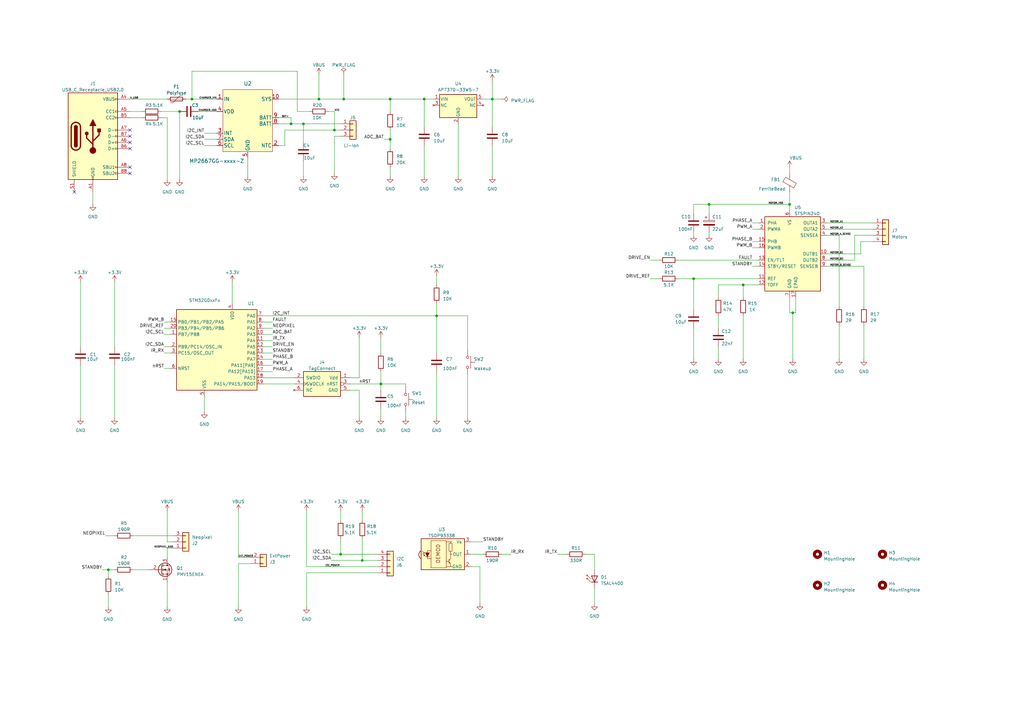
<source format=kicad_sch>
(kicad_sch (version 20221004) (generator eeschema)
  (paper "A3")
  (title_block (title "BBK") (date "2022-10-22") (rev "0x01"))
  (lib_symbols
    (symbol "#bbk:AP7370-33W5-7" (pin_names (offset 0.254))
      (property "Reference" "U" (at -6.35 6.35 0))
      (property "Value" "AP7370-33W5-7" (at -3.81 6.35 0))
      (symbol "AP7370-33W5-7_1_1"
        (pin power_in line (at -10.16 2.54 0) (length 2.54) (name "VIN") (number "1"))
        (pin power_in line (at 0 -7.62 90) (length 2.54) (name "GND") (number "2"))
        (pin no_connect line (at -10.16 0 0) (length 2.54) (name "NC") (number "3"))
        (pin no_connect line (at 10.16 0 180) (length 2.54) (name "NC") (number "4"))
        (pin power_out line (at 10.16 2.54 180) (length 2.54) (name "VOUT") (number "5"))
      )
    )
    (symbol "#bbk:MP2667GG-xxxx-Z" (pin_names (offset 0.254))
      (property "Reference" "U" (at 2.54 17.78 0))
      (property "Value" "MP2667GG-xxxx-Z" (at 1.27 15.24 0))
      (symbol "MP2667GG-xxxx-Z_1_1"
        (pin power_in line (at -12.7 8.89 0) (length 2.54) (name "IN") (number "1"))
        (pin power_in line (at 12.7 8.89 180) (length 2.54) (name "SYS") (number "10"))
        (pin input line (at 12.7 -10.16 180) (length 2.54) (name "NTC") (number "2"))
        (pin output line (at -12.7 -5.08 0) (length 2.54) (name "INT") (number "3"))
        (pin input line (at -12.7 3.81 0) (length 2.54) (name "VDD") (number "4"))
        (pin power_in line (at 0 -15.24 90) (length 2.54) (name "GND") (number "5"))
        (pin bidirectional line (at -12.7 -10.16 0) (length 2.54) (name "SCL") (number "6"))
        (pin bidirectional line (at -12.7 -7.62 0) (length 2.54) (name "SDA") (number "7"))
        (pin power_in line (at 12.7 -1.27 180) (length 2.54) (name "BATT") (number "8"))
        (pin power_in line (at 12.7 1.27 180) (length 2.54) (name "BATT") (number "9"))
      )
    )
    (symbol "#bbk:STM32G0xxFx"
      (property "Reference" "U" (at -1.27 2.54 0))
      (property "Value" "STM32G0xxFx" (at -19.05 17.78 0))
      (symbol "STM32G0xxFx_1_1"
        (pin bidirectional line (at -25.4 5.08 0) (length 2.54) (name "PB7/PB8") (number "1"))
        (pin bidirectional line (at 12.7 5.08 180) (length 2.54) (name "PA3") (number "10"))
        (pin bidirectional line (at 12.7 2.54 180) (length 2.54) (name "PA4") (number "11"))
        (pin bidirectional line (at 12.7 0 180) (length 2.54) (name "PA5") (number "12"))
        (pin bidirectional line (at 12.7 -2.54 180) (length 2.54) (name "PA6") (number "13"))
        (pin bidirectional line (at 12.7 -5.08 180) (length 2.54) (name "PA7") (number "14"))
        (pin bidirectional line (at -25.4 10.16 0) (length 2.54) (name "PB0/PB1/PB2/PA5") (number "15"))
        (pin bidirectional line (at 12.7 -7.62 180) (length 2.54) (name "PA11[PA9]") (number "16"))
        (pin bidirectional line (at 12.7 -10.16 180) (length 2.54) (name "PA12[PA10]") (number "17"))
        (pin bidirectional line (at 12.7 -12.7 180) (length 2.54) (name "PA13") (number "18"))
        (pin bidirectional line (at 12.7 -15.24 180) (length 2.54) (name "PA14/PA15/BOOT") (number "19"))
        (pin bidirectional line (at -25.4 0 0) (length 2.54) (name "PB9/PC14/OSC_IN") (number "2"))
        (pin bidirectional line (at -25.4 7.62 0) (length 2.54) (name "PB3/PB4/PB5/PB6") (number "20"))
        (pin bidirectional line (at -25.4 -2.54 0) (length 2.54) (name "PC15/OSC_OUT") (number "3"))
        (pin power_in line (at 0 17.78 270) (length 2.54) (name "VDD") (number "4"))
        (pin power_in line (at -11.43 -20.32 90) (length 2.54) (name "VSS") (number "5"))
        (pin bidirectional line (at -25.4 -8.89 0) (length 2.54) (name "NRST") (number "6"))
        (pin bidirectional line (at 12.7 12.7 180) (length 2.54) (name "PA0") (number "7"))
        (pin bidirectional line (at 12.7 10.16 180) (length 2.54) (name "PA1") (number "8"))
        (pin bidirectional line (at 12.7 7.62 180) (length 2.54) (name "PA2") (number "9"))
      )
    )
    (symbol "#bbk:TagConnect" (pin_names (offset 1.016))
      (property "Reference" "J" (at 0 6.35 0))
      (property "Value" "TagConnect" (at 1.27 -6.35 0))
      (symbol "TagConnect_1_1"
        (pin output line (at -10.16 2.54 0) (length 3.81) (name "Vdd") (number "1"))
        (pin bidirectional line (at 12.7 2.54 180) (length 3.81) (name "SWDIO") (number "2"))
        (pin input inverted (at -10.16 0 0) (length 3.81) (name "nRST") (number "3"))
        (pin input clock (at 12.7 0 180) (length 3.81) (name "SWDCLK") (number "4"))
        (pin output line (at -10.16 -2.54 0) (length 3.81) (name "GND") (number "5"))
        (pin no_connect line (at 12.7 -2.54 180) (length 3.81) (name "NC") (number "6"))
      )
    )
    (symbol "Connector:USB_C_Receptacle_USB2.0" (pin_names (offset 1.016))
      (property "Reference" "J" (at -10.16 19.05 0))
      (property "Value" "USB_C_Receptacle_USB2.0" (at 19.05 19.05 0))
      (symbol "USB_C_Receptacle_USB2.0_1_1"
        (pin passive line (at 0 -22.86 90) (length 5.08) (name "GND") (number "A1"))
        (pin passive line (at 0 -22.86 90) (length 5.08) hide (name "GND") (number "A12"))
        (pin passive line (at 15.24 15.24 180) (length 5.08) (name "VBUS") (number "A4"))
        (pin bidirectional line (at 15.24 10.16 180) (length 5.08) (name "CC1") (number "A5"))
        (pin bidirectional line (at 15.24 -2.54 180) (length 5.08) (name "D+") (number "A6"))
        (pin bidirectional line (at 15.24 2.54 180) (length 5.08) (name "D-") (number "A7"))
        (pin bidirectional line (at 15.24 -12.7 180) (length 5.08) (name "SBU1") (number "A8"))
        (pin passive line (at 15.24 15.24 180) (length 5.08) hide (name "VBUS") (number "A9"))
        (pin passive line (at 0 -22.86 90) (length 5.08) hide (name "GND") (number "B1"))
        (pin passive line (at 0 -22.86 90) (length 5.08) hide (name "GND") (number "B12"))
        (pin passive line (at 15.24 15.24 180) (length 5.08) hide (name "VBUS") (number "B4"))
        (pin bidirectional line (at 15.24 7.62 180) (length 5.08) (name "CC2") (number "B5"))
        (pin bidirectional line (at 15.24 -5.08 180) (length 5.08) (name "D+") (number "B6"))
        (pin bidirectional line (at 15.24 0 180) (length 5.08) (name "D-") (number "B7"))
        (pin bidirectional line (at 15.24 -15.24 180) (length 5.08) (name "SBU2") (number "B8"))
        (pin passive line (at 15.24 15.24 180) (length 5.08) hide (name "VBUS") (number "B9"))
        (pin passive line (at -7.62 -22.86 90) (length 5.08) (name "SHIELD") (number "S1"))
      )
    )
    (symbol "Connector_Generic:Conn_01x02" (pin_names (offset 1.016) hide)
      (property "Reference" "J" (at 0 2.54 0))
      (property "Value" "Conn_01x02" (at 0 -5.08 0))
      (symbol "Conn_01x02_1_1"
        (pin passive line (at -5.08 0 0) (length 3.81) (name "Pin_1") (number "1"))
        (pin passive line (at -5.08 -2.54 0) (length 3.81) (name "Pin_2") (number "2"))
      )
    )
    (symbol "Connector_Generic:Conn_01x03" (pin_names (offset 1.016) hide)
      (property "Reference" "J" (at 0 5.08 0))
      (property "Value" "Conn_01x03" (at 0 -5.08 0))
      (symbol "Conn_01x03_1_1"
        (pin passive line (at -5.08 2.54 0) (length 3.81) (name "Pin_1") (number "1"))
        (pin passive line (at -5.08 0 0) (length 3.81) (name "Pin_2") (number "2"))
        (pin passive line (at -5.08 -2.54 0) (length 3.81) (name "Pin_3") (number "3"))
      )
    )
    (symbol "Connector_Generic:Conn_01x04" (pin_names (offset 1.016) hide)
      (property "Reference" "J" (at 0 5.08 0))
      (property "Value" "Conn_01x04" (at 0 -7.62 0))
      (symbol "Conn_01x04_1_1"
        (pin passive line (at -5.08 2.54 0) (length 3.81) (name "Pin_1") (number "1"))
        (pin passive line (at -5.08 0 0) (length 3.81) (name "Pin_2") (number "2"))
        (pin passive line (at -5.08 -2.54 0) (length 3.81) (name "Pin_3") (number "3"))
        (pin passive line (at -5.08 -5.08 0) (length 3.81) (name "Pin_4") (number "4"))
      )
    )
    (symbol "Device:C" (pin_numbers hide) (pin_names (offset 0.254))
      (property "Reference" "C" (at 0.635 2.54 0))
      (property "Value" "C" (at 0.635 -2.54 0))
      (symbol "C_1_1"
        (pin passive line (at 0 3.81 270) (length 2.794) (name "~") (number "1"))
        (pin passive line (at 0 -3.81 90) (length 2.794) (name "~") (number "2"))
      )
    )
    (symbol "Device:C_Polarized" (pin_numbers hide) (pin_names (offset 0.254))
      (property "Reference" "C" (at 0.635 2.54 0))
      (property "Value" "C_Polarized" (at 0.635 -2.54 0))
      (symbol "C_Polarized_1_1"
        (pin passive line (at 0 3.81 270) (length 2.794) (name "~") (number "1"))
        (pin passive line (at 0 -3.81 90) (length 2.794) (name "~") (number "2"))
      )
    )
    (symbol "Device:FerriteBead" (pin_numbers hide) (pin_names (offset 0))
      (property "Reference" "FB" (at -3.81 0.635 90))
      (property "Value" "FerriteBead" (at 3.81 0 90))
      (symbol "FerriteBead_1_1"
        (pin passive line (at 0 3.81 270) (length 2.54) (name "~") (number "1"))
        (pin passive line (at 0 -3.81 90) (length 2.54) (name "~") (number "2"))
      )
    )
    (symbol "Device:Polyfuse" (pin_numbers hide) (pin_names (offset 0))
      (property "Reference" "F" (at -2.54 0 90))
      (property "Value" "Polyfuse" (at 2.54 0 90))
      (symbol "Polyfuse_1_1"
        (pin passive line (at 0 3.81 270) (length 1.27) (name "~") (number "1"))
        (pin passive line (at 0 -3.81 90) (length 1.27) (name "~") (number "2"))
      )
    )
    (symbol "Device:Q_NMOS_SGD" (pin_names (offset 0) hide)
      (property "Reference" "Q" (at 5.08 1.27 0))
      (property "Value" "Q_NMOS_SGD" (at 5.08 -1.27 0))
      (symbol "Q_NMOS_SGD_1_1"
        (pin passive line (at 2.54 -5.08 90) (length 2.54) (name "S") (number "1"))
        (pin input line (at -5.08 0 0) (length 5.08) (name "G") (number "2"))
        (pin passive line (at 2.54 5.08 270) (length 2.54) (name "D") (number "3"))
      )
    )
    (symbol "Device:R" (pin_numbers hide) (pin_names (offset 0))
      (property "Reference" "R" (at 2.032 0 90))
      (property "Value" "R" (at 0 0 90))
      (symbol "R_1_1"
        (pin passive line (at 0 3.81 270) (length 1.27) (name "~") (number "1"))
        (pin passive line (at 0 -3.81 90) (length 1.27) (name "~") (number "2"))
      )
    )
    (symbol "Driver_Motor:STSPIN240" (pin_names (offset 1.016))
      (property "Reference" "U" (at -10.16 16.51 0))
      (property "Value" "STSPIN240" (at 5.08 16.51 0))
      (symbol "STSPIN240_1_1"
        (pin input line (at -12.7 12.7 0) (length 2.54) (name "PHA") (number "1"))
        (pin power_out line (at 15.24 0 180) (length 2.54) (name "OUTB1") (number "10"))
        (pin input line (at -12.7 -10.16 0) (length 2.54) (name "REF") (number "11"))
        (pin input line (at -12.7 -12.7 0) (length 2.54) (name "TOFF") (number "12"))
        (pin bidirectional line (at -12.7 -2.54 0) (length 2.54) (name "EN/FLT") (number "13"))
        (pin input line (at -12.7 -5.08 0) (length 2.54) (name "STBY/RESET") (number "14"))
        (pin input line (at -12.7 5.08 0) (length 2.54) (name "PHB") (number "15"))
        (pin input line (at -12.7 2.54 0) (length 2.54) (name "PWMB") (number "16"))
        (pin power_in line (at 2.54 -17.78 90) (length 2.54) (name "EPAD") (number "17"))
        (pin input line (at -12.7 10.16 0) (length 2.54) (name "PWMA") (number "2"))
        (pin power_out line (at 15.24 12.7 180) (length 2.54) (name "OUTA1") (number "3"))
        (pin power_out line (at 15.24 7.62 180) (length 2.54) (name "SENSEA") (number "4"))
        (pin power_out line (at 15.24 10.16 180) (length 2.54) (name "OUTA2") (number "5"))
        (pin power_in line (at 0 17.78 270) (length 2.54) (name "VS") (number "6"))
        (pin power_in line (at 0 -17.78 90) (length 2.54) (name "GND") (number "7"))
        (pin power_out line (at 15.24 -2.54 180) (length 2.54) (name "OUTB2") (number "8"))
        (pin power_out line (at 15.24 -5.08 180) (length 2.54) (name "SENSEB") (number "9"))
      )
    )
    (symbol "LED:TSAL4400" (pin_numbers hide) (pin_names (offset 1.016) hide)
      (property "Reference" "D" (at 0.508 1.778 0))
      (property "Value" "TSAL4400" (at -1.016 -2.794 0))
      (symbol "TSAL4400_1_1"
        (pin passive line (at -5.08 0 0) (length 2.54) (name "K") (number "1"))
        (pin passive line (at 2.54 0 180) (length 2.54) (name "A") (number "2"))
      )
    )
    (symbol "Mechanical:MountingHole" (pin_names (offset 1.016))
      (property "Reference" "H" (at 0 5.08 0))
      (property "Value" "MountingHole" (at 0 3.175 0))
    )
    (symbol "Sensor_Proximity:TSSP58038" (pin_names (offset 1.016))
      (property "Reference" "U" (at -10.16 7.62 0))
      (property "Value" "TSSP58038" (at -10.16 -7.62 0))
      (symbol "TSSP58038_0_0"
        (text "DEMOD" (at -3.175 0.254 900) (effects (font (size 1.524 1.524))))
      )
      (symbol "TSSP58038_1_1"
        (pin output line (at 10.16 0 180) (length 2.54) (name "OUT") (number "1"))
        (pin power_in line (at 10.16 -5.08 180) (length 2.54) (name "GND") (number "2"))
        (pin power_in line (at 10.16 5.08 180) (length 2.54) (name "Vs") (number "3"))
      )
    )
    (symbol "Switch:SW_Push" (pin_numbers hide) (pin_names (offset 1.016) hide)
      (property "Reference" "SW" (at 1.27 2.54 0))
      (property "Value" "SW_Push" (at 0 -1.524 0))
      (symbol "SW_Push_0_1"
        (pin passive line (at -5.08 0 0) (length 2.54) (name "1") (number "1"))
        (pin passive line (at 5.08 0 180) (length 2.54) (name "2") (number "2"))
      )
    )
    (symbol "power:+3.3V" (power) (pin_names (offset 0))
      (property "Value" "+3.3V" (at 0 3.556 0))
      (symbol "+3.3V_1_1"
        (pin power_in line (at 0 0 90) (length 0) hide (name "+3.3V") (number "1"))
      )
    )
    (symbol "power:GND" (power) (pin_names (offset 0))
      (property "Value" "GND" (at 0 -3.81 0))
      (symbol "GND_1_1"
        (pin power_in line (at 0 0 270) (length 0) hide (name "GND") (number "1"))
      )
    )
    (symbol "power:PWR_FLAG" (power) (pin_numbers hide) (pin_names (offset 0) hide)
      (property "Value" "PWR_FLAG" (at 0 3.81 0))
      (symbol "PWR_FLAG_0_0"
        (pin power_out line (at 0 0 90) (length 0) (name "pwr") (number "1"))
      )
    )
    (symbol "power:VBUS" (power) (pin_names (offset 0))
      (property "Value" "VBUS" (at 0 3.81 0))
      (symbol "VBUS_1_1"
        (pin power_in line (at 0 0 90) (length 0) hide (name "VBUS") (number "1"))
      )
    )
  )
  (junction (at 137.16 53.34))
  (junction (at 173.99 40.64))
  (junction (at 284.48 114.3))
  (junction (at 148.59 229.87))
  (junction (at 179.07 129.54))
  (junction (at 290.83 83.82))
  (junction (at 325.12 128.27))
  (junction (at 44.45 233.68))
  (junction (at 156.21 157.48))
  (junction (at 130.81 40.64))
  (junction (at 140.97 40.64))
  (junction (at 201.93 40.64))
  (junction (at 78.74 40.64))
  (junction (at 160.02 40.64))
  (junction (at 304.8 116.84))
  (junction (at 124.46 50.8))
  (junction (at 119.38 50.8))
  (junction (at 160.02 57.15))
  (junction (at 73.66 45.72))
  (junction (at 139.7 227.33))
  (junction (at 323.85 83.82))
  (no_connect (at 53.34 60.96))
  (no_connect (at 53.34 53.34))
  (no_connect (at 30.48 78.74))
  (no_connect (at 53.34 55.88))
  (no_connect (at 53.34 71.12))
  (no_connect (at 53.34 58.42))
  (no_connect (at 53.34 68.58))
  (wire (pts (xy 139.7 227.33) (xy 135.89 227.33)))
  (wire (pts (xy 53.34 40.64) (xy 68.58 40.64)))
  (wire (pts (xy 160.02 53.34) (xy 160.02 57.15)))
  (wire (pts (xy 54.61 233.68) (xy 60.96 233.68)))
  (wire (pts (xy 33.02 171.45) (xy 33.02 149.86)))
  (wire (pts (xy 157.48 57.15) (xy 160.02 57.15)))
  (wire (pts (xy 198.12 227.33) (xy 193.04 227.33)))
  (wire (pts (xy 54.61 219.71) (xy 71.12 219.71)))
  (wire (pts (xy 284.48 147.32) (xy 284.48 134.62)))
  (wire (pts (xy 358.14 96.52) (xy 350.52 96.52)))
  (wire (pts (xy 179.07 113.03) (xy 179.07 116.84)))
  (wire (pts (xy 166.37 168.91) (xy 166.37 171.45)))
  (wire (pts (xy 166.37 158.75) (xy 166.37 157.48)))
  (wire (pts (xy 187.96 72.39) (xy 187.96 50.8)))
  (wire (pts (xy 125.73 234.95) (xy 154.94 234.95)))
  (wire (pts (xy 121.92 45.72) (xy 121.92 29.21)))
  (wire (pts (xy 68.58 222.25) (xy 71.12 222.25)))
  (wire (pts (xy 308.61 99.06) (xy 311.15 99.06)))
  (wire (pts (xy 78.74 40.64) (xy 76.2 40.64)))
  (wire (pts (xy 38.1 83.82) (xy 38.1 78.74)))
  (wire (pts (xy 44.45 248.92) (xy 44.45 243.84)))
  (wire (pts (xy 284.48 83.82) (xy 290.83 83.82)))
  (wire (pts (xy 323.85 128.27) (xy 323.85 121.92)))
  (wire (pts (xy 97.79 248.92) (xy 97.79 231.14)))
  (wire (pts (xy 354.33 109.22) (xy 354.33 125.73)))
  (wire (pts (xy 266.7 106.68) (xy 270.51 106.68)))
  (wire (pts (xy 125.73 209.55) (xy 125.73 232.41)))
  (wire (pts (xy 323.85 83.82) (xy 323.85 86.36)))
  (wire (pts (xy 304.8 116.84) (xy 294.64 116.84)))
  (wire (pts (xy 148.59 229.87) (xy 135.89 229.87)))
  (wire (pts (xy 127 45.72) (xy 121.92 45.72)))
  (wire (pts (xy 308.61 109.22) (xy 311.15 109.22)))
  (wire (pts (xy 111.76 142.24) (xy 107.95 142.24)))
  (wire (pts (xy 148.59 209.55) (xy 148.59 213.36)))
  (wire (pts (xy 88.9 40.64) (xy 78.74 40.64)))
  (wire (pts (xy 228.6 227.33) (xy 232.41 227.33)))
  (wire (pts (xy 58.42 45.72) (xy 53.34 45.72)))
  (wire (pts (xy 44.45 236.22) (xy 44.45 233.68)))
  (wire (pts (xy 114.3 40.64) (xy 130.81 40.64)))
  (wire (pts (xy 339.09 91.44) (xy 358.14 91.44)))
  (wire (pts (xy 83.82 59.69) (xy 88.9 59.69)))
  (wire (pts (xy 156.21 157.48) (xy 156.21 160.02)))
  (wire (pts (xy 67.31 134.62) (xy 69.85 134.62)))
  (wire (pts (xy 83.82 54.61) (xy 88.9 54.61)))
  (wire (pts (xy 278.13 114.3) (xy 284.48 114.3)))
  (wire (pts (xy 97.79 228.6) (xy 102.87 228.6)))
  (wire (pts (xy 58.42 48.26) (xy 53.34 48.26)))
  (wire (pts (xy 73.66 45.72) (xy 73.66 73.66)))
  (wire (pts (xy 68.58 209.55) (xy 68.58 222.25)))
  (wire (pts (xy 46.99 171.45) (xy 46.99 149.86)))
  (wire (pts (xy 148.59 220.98) (xy 148.59 229.87)))
  (wire (pts (xy 354.33 147.32) (xy 354.33 133.35)))
  (wire (pts (xy 139.7 209.55) (xy 139.7 213.36)))
  (wire (pts (xy 160.02 45.72) (xy 160.02 40.64)))
  (wire (pts (xy 156.21 152.4) (xy 156.21 157.48)))
  (wire (pts (xy 284.48 96.52) (xy 284.48 95.25)))
  (wire (pts (xy 111.76 137.16) (xy 107.95 137.16)))
  (wire (pts (xy 154.94 227.33) (xy 139.7 227.33)))
  (wire (pts (xy 294.64 116.84) (xy 294.64 121.92)))
  (wire (pts (xy 68.58 228.6) (xy 68.58 224.79)))
  (wire (pts (xy 81.28 45.72) (xy 88.9 45.72)))
  (wire (pts (xy 353.06 104.14) (xy 339.09 104.14)))
  (wire (pts (xy 304.8 129.54) (xy 304.8 147.32)))
  (wire (pts (xy 284.48 114.3) (xy 284.48 127)))
  (wire (pts (xy 304.8 116.84) (xy 304.8 121.92)))
  (wire (pts (xy 243.84 247.65) (xy 243.84 241.3)))
  (wire (pts (xy 350.52 106.68) (xy 339.09 106.68)))
  (wire (pts (xy 120.65 157.48) (xy 107.95 157.48)))
  (wire (pts (xy 68.58 48.26) (xy 66.04 48.26)))
  (wire (pts (xy 326.39 121.92) (xy 326.39 128.27)))
  (wire (pts (xy 83.82 57.15) (xy 88.9 57.15)))
  (wire (pts (xy 140.97 40.64) (xy 160.02 40.64)))
  (wire (pts (xy 114.3 50.8) (xy 119.38 50.8)))
  (wire (pts (xy 201.93 40.64) (xy 201.93 52.07)))
  (wire (pts (xy 160.02 72.39) (xy 160.02 68.58)))
  (wire (pts (xy 173.99 40.64) (xy 173.99 52.07)))
  (wire (pts (xy 179.07 171.45) (xy 179.07 152.4)))
  (wire (pts (xy 147.32 138.43) (xy 147.32 154.94)))
  (wire (pts (xy 68.58 73.66) (xy 68.58 48.26)))
  (wire (pts (xy 124.46 58.42) (xy 124.46 50.8)))
  (wire (pts (xy 111.76 132.08) (xy 107.95 132.08)))
  (wire (pts (xy 67.31 132.08) (xy 69.85 132.08)))
  (wire (pts (xy 134.62 45.72) (xy 137.16 45.72)))
  (wire (pts (xy 114.3 48.26) (xy 119.38 48.26)))
  (wire (pts (xy 46.99 115.57) (xy 46.99 142.24)))
  (wire (pts (xy 266.7 114.3) (xy 270.51 114.3)))
  (wire (pts (xy 143.51 157.48) (xy 156.21 157.48)))
  (wire (pts (xy 179.07 124.46) (xy 179.07 129.54)))
  (wire (pts (xy 353.06 99.06) (xy 353.06 104.14)))
  (wire (pts (xy 43.18 219.71) (xy 46.99 219.71)))
  (wire (pts (xy 201.93 33.02) (xy 201.93 40.64)))
  (wire (pts (xy 156.21 157.48) (xy 166.37 157.48)))
  (wire (pts (xy 101.6 72.39) (xy 101.6 64.77)))
  (wire (pts (xy 294.64 147.32) (xy 294.64 142.24)))
  (wire (pts (xy 193.04 232.41) (xy 196.85 232.41)))
  (wire (pts (xy 67.31 151.13) (xy 69.85 151.13)))
  (wire (pts (xy 325.12 128.27) (xy 323.85 128.27)))
  (wire (pts (xy 68.58 224.79) (xy 71.12 224.79)))
  (wire (pts (xy 278.13 106.68) (xy 311.15 106.68)))
  (wire (pts (xy 284.48 83.82) (xy 284.48 87.63)))
  (wire (pts (xy 137.16 45.72) (xy 137.16 53.34)))
  (wire (pts (xy 120.65 154.94) (xy 107.95 154.94)))
  (wire (pts (xy 95.25 115.57) (xy 95.25 124.46)))
  (wire (pts (xy 308.61 91.44) (xy 311.15 91.44)))
  (wire (pts (xy 116.84 59.69) (xy 116.84 53.34)))
  (wire (pts (xy 201.93 40.64) (xy 198.12 40.64)))
  (wire (pts (xy 196.85 232.41) (xy 196.85 247.65)))
  (wire (pts (xy 119.38 50.8) (xy 119.38 48.26)))
  (wire (pts (xy 191.77 153.67) (xy 191.77 171.45)))
  (wire (pts (xy 116.84 53.34) (xy 137.16 53.34)))
  (wire (pts (xy 137.16 53.34) (xy 139.7 53.34)))
  (wire (pts (xy 243.84 227.33) (xy 243.84 233.68)))
  (wire (pts (xy 139.7 220.98) (xy 139.7 227.33)))
  (wire (pts (xy 114.3 59.69) (xy 116.84 59.69)))
  (wire (pts (xy 294.64 134.62) (xy 294.64 129.54)))
  (wire (pts (xy 121.92 29.21) (xy 78.74 29.21)))
  (wire (pts (xy 111.76 149.86) (xy 107.95 149.86)))
  (wire (pts (xy 67.31 144.78) (xy 69.85 144.78)))
  (wire (pts (xy 339.09 109.22) (xy 354.33 109.22)))
  (wire (pts (xy 160.02 57.15) (xy 160.02 60.96)))
  (wire (pts (xy 140.97 30.48) (xy 140.97 40.64)))
  (wire (pts (xy 205.74 40.64) (xy 201.93 40.64)))
  (wire (pts (xy 323.85 78.74) (xy 323.85 83.82)))
  (wire (pts (xy 156.21 144.78) (xy 156.21 138.43)))
  (wire (pts (xy 311.15 116.84) (xy 304.8 116.84)))
  (wire (pts (xy 193.04 222.25) (xy 198.12 222.25)))
  (wire (pts (xy 130.81 40.64) (xy 140.97 40.64)))
  (wire (pts (xy 156.21 171.45) (xy 156.21 167.64)))
  (wire (pts (xy 290.83 83.82) (xy 290.83 87.63)))
  (wire (pts (xy 143.51 154.94) (xy 147.32 154.94)))
  (wire (pts (xy 78.74 29.21) (xy 78.74 40.64)))
  (wire (pts (xy 97.79 209.55) (xy 97.79 228.6)))
  (wire (pts (xy 41.91 233.68) (xy 44.45 233.68)))
  (wire (pts (xy 67.31 142.24) (xy 69.85 142.24)))
  (wire (pts (xy 353.06 99.06) (xy 358.14 99.06)))
  (wire (pts (xy 119.38 50.8) (xy 124.46 50.8)))
  (wire (pts (xy 137.16 55.88) (xy 139.7 55.88)))
  (wire (pts (xy 97.79 231.14) (xy 102.87 231.14)))
  (wire (pts (xy 308.61 101.6) (xy 311.15 101.6)))
  (wire (pts (xy 323.85 68.58) (xy 323.85 71.12)))
  (wire (pts (xy 191.77 129.54) (xy 179.07 129.54)))
  (wire (pts (xy 111.76 152.4) (xy 107.95 152.4)))
  (wire (pts (xy 124.46 66.04) (xy 124.46 72.39)))
  (wire (pts (xy 124.46 50.8) (xy 139.7 50.8)))
  (wire (pts (xy 33.02 115.57) (xy 33.02 142.24)))
  (wire (pts (xy 290.83 96.52) (xy 290.83 95.25)))
  (wire (pts (xy 66.04 45.72) (xy 73.66 45.72)))
  (wire (pts (xy 344.17 96.52) (xy 344.17 125.73)))
  (wire (pts (xy 107.95 129.54) (xy 179.07 129.54)))
  (wire (pts (xy 173.99 72.39) (xy 173.99 59.69)))
  (wire (pts (xy 130.81 30.48) (xy 130.81 40.64)))
  (wire (pts (xy 125.73 248.92) (xy 125.73 234.95)))
  (wire (pts (xy 201.93 72.39) (xy 201.93 59.69)))
  (wire (pts (xy 339.09 96.52) (xy 344.17 96.52)))
  (wire (pts (xy 240.03 227.33) (xy 243.84 227.33)))
  (wire (pts (xy 308.61 93.98) (xy 311.15 93.98)))
  (wire (pts (xy 209.55 227.33) (xy 205.74 227.33)))
  (wire (pts (xy 83.82 168.91) (xy 83.82 162.56)))
  (wire (pts (xy 147.32 171.45) (xy 147.32 160.02)))
  (wire (pts (xy 191.77 143.51) (xy 191.77 129.54)))
  (wire (pts (xy 173.99 40.64) (xy 177.8 40.64)))
  (wire (pts (xy 325.12 147.32) (xy 325.12 128.27)))
  (wire (pts (xy 68.58 238.76) (xy 68.58 248.92)))
  (wire (pts (xy 350.52 96.52) (xy 350.52 106.68)))
  (wire (pts (xy 339.09 93.98) (xy 358.14 93.98)))
  (wire (pts (xy 67.31 137.16) (xy 69.85 137.16)))
  (wire (pts (xy 111.76 144.78) (xy 107.95 144.78)))
  (wire (pts (xy 111.76 139.7) (xy 107.95 139.7)))
  (wire (pts (xy 125.73 232.41) (xy 154.94 232.41)))
  (wire (pts (xy 179.07 129.54) (xy 179.07 144.78)))
  (wire (pts (xy 44.45 233.68) (xy 46.99 233.68)))
  (wire (pts (xy 344.17 147.32) (xy 344.17 133.35)))
  (wire (pts (xy 160.02 40.64) (xy 173.99 40.64)))
  (wire (pts (xy 284.48 114.3) (xy 311.15 114.3)))
  (wire (pts (xy 154.94 229.87) (xy 148.59 229.87)))
  (wire (pts (xy 111.76 134.62) (xy 107.95 134.62)))
  (wire (pts (xy 147.32 160.02) (xy 143.51 160.02)))
  (wire (pts (xy 137.16 55.88) (xy 137.16 71.12)))
  (wire (pts (xy 326.39 128.27) (xy 325.12 128.27)))
  (wire (pts (xy 290.83 83.82) (xy 323.85 83.82)))
  (wire (pts (xy 111.76 147.32) (xy 107.95 147.32)))
  (label "NEOPIXEL_GND" (at 71.12 224.79 180) (effects (font (size 0.7 0.7))))
  (label "I2C_SDA" (at 135.89 229.87 180))
  (label "IR_RX" (at 209.55 227.33 0))
  (label "nRST" (at 147.32 157.48 0))
  (label "PHASE_A" (at 308.61 91.44 180))
  (label "I2C_SCL" (at 67.31 137.16 180))
  (label "DRIVE_REF" (at 266.7 114.3 180))
  (label "MOTOR_B1" (at 340.36 104.14 0) (effects (font (size 0.7 0.7))))
  (label "PWM_B" (at 308.61 101.6 180))
  (label "CHARGER_VIN" (at 88.9 40.64 180) (effects (font (size 0.7 0.7))))
  (label "NEOPIXEL" (at 43.18 219.71 180))
  (label "MOTOR_A_SENSE" (at 340.36 96.52 0) (effects (font (size 0.7 0.7))))
  (label "nRST" (at 67.31 151.13 180))
  (label "IR_TX" (at 228.6 227.33 180))
  (label "MOTOR_B2" (at 340.36 106.68 0) (effects (font (size 0.7 0.7))))
  (label "PWM_B" (at 67.31 132.08 180))
  (label "MOTOR_B_SENSE" (at 340.36 109.22 0) (effects (font (size 0.7 0.7))))
  (label "I2C_SCL" (at 83.82 59.69 180))
  (label "STANDBY" (at 308.61 109.22 180))
  (label "MOTOR_A1" (at 340.36 91.44 0) (effects (font (size 0.7 0.7))))
  (label "PHASE_A" (at 111.76 152.4 0))
  (label "ADC_BAT" (at 111.76 137.16 0))
  (label "PHASE_B" (at 111.76 147.32 0))
  (label "PWM_A" (at 111.76 149.86 0))
  (label "STANDBY" (at 41.91 233.68 180))
  (label "EXT_POWER" (at 97.79 228.6 0) (effects (font (size 0.7 0.7))))
  (label "IR_TX" (at 111.76 139.7 0))
  (label "MOTOR_A2" (at 340.36 93.98 0) (effects (font (size 0.7 0.7))))
  (label "V_USB" (at 53.34 40.64 0) (effects (font (size 0.7 0.7))))
  (label "I2C_INT" (at 83.82 54.61 180))
  (label "NEOPIXEL" (at 111.76 134.62 0))
  (label "PWM_A" (at 308.61 93.98 180))
  (label "PHASE_B" (at 308.61 99.06 180))
  (label "ADC_BAT" (at 157.48 57.15 180))
  (label "CHARGER_VDD" (at 88.9 45.72 180) (effects (font (size 0.7 0.7))))
  (label "FAULT" (at 111.76 132.08 0))
  (label "STANDBY" (at 111.76 144.78 0))
  (label "I2C_INT" (at 111.76 129.54 0))
  (label "DRIVE_EN" (at 266.7 106.68 180))
  (label "BAT+" (at 115.57 48.26 0) (effects (font (size 0.7 0.7))))
  (label "DRIVE_EN" (at 111.76 142.24 0))
  (label "IR_RX" (at 67.31 144.78 180))
  (label "I2C_POWER" (at 133.35 232.41 0) (effects (font (size 0.7 0.7))))
  (label "STANDBY" (at 198.12 222.25 0))
  (label "FAULT" (at 308.61 106.68 180))
  (label "NTC" (at 137.16 45.72 0) (effects (font (size 0.7 0.7))))
  (label "I2C_SDA" (at 67.31 142.24 180))
  (label "DRIVE_REF" (at 67.31 134.62 180))
  (label "MOTOR_VSS" (at 321.31 83.82 180) (effects (font (size 0.7 0.7))))
  (label "I2C_SCL" (at 135.89 227.33 180))
  (label "I2C_SDA" (at 83.82 57.15 180))
  (symbol (lib_id "Device:R") (at 179.07 120.65 0) (unit 1)
    (property "Reference" "R9" (at 181.61 120.015 0) (effects (justify left)))
    (property "Value" "10K" (at 181.61 122.555 0) (effects (justify left)))
    (property "Footprint" "Resistor_SMD:R_0603_1608Metric" (effects hide))
  )
  (symbol (lib_id "Connector_Generic:Conn_01x02") (at 107.95 231.14 0) (mirror x) (unit 1)
    (property "Reference" "J3" (at 110.49 230.505 0) (effects (justify left)))
    (property "Value" "ExtPower" (at 110.49 227.965 0) (effects (justify left)))
    (property "Footprint" "Connector_PinHeader_2.54mm:PinHeader_1x02_P2.54mm_Vertical" (effects hide))
  )
  (symbol (lib_id "power:GND") (at 173.99 72.39 0) (unit 1)
    (property "Reference" "#PWR0128" (effects hide))
    (property "Value" "GND" (at 173.99 77.47 0))
  )
  (symbol (lib_id "power:+3.3V") (at 46.99 115.57 0) (unit 1)
    (property "Reference" "#PWR0143" (effects hide))
    (property "Value" "+3.3V" (at 46.99 111.76 0))
  )
  (symbol (lib_id "power:GND") (at 191.77 171.45 0) (unit 1)
    (property "Reference" "#PWR0136" (effects hide))
    (property "Value" "GND" (at 191.77 176.53 0))
  )
  (symbol (lib_id "Device:C_Polarized") (at 290.83 91.44 0) (unit 1)
    (property "Reference" "C11" (at 292.1 88.9 0) (effects (justify left)))
    (property "Value" "22uF" (at 292.1 93.98 0) (effects (justify left)))
    (property "Footprint" "Capacitor_SMD:CP_Elec_4x4.5" (effects hide))
  )
  (symbol (lib_id "power:GND") (at 187.96 72.39 0) (unit 1)
    (property "Reference" "#PWR0130" (effects hide))
    (property "Value" "GND" (at 187.96 77.47 0))
  )
  (symbol (lib_id "Connector_Generic:Conn_01x03") (at 144.78 53.34 0) (unit 1)
    (property "Reference" "J5" (at 143.51 48.26 0) (effects (justify left)))
    (property "Value" "Li-Ion" (at 140.97 59.69 0) (effects (justify left)))
    (property "Footprint" "Connector_JST:JST_SH_BM03B-SRSS-TB_1x03-1MP_P1.00mm_Vertical" (effects hide))
  )
  (symbol (lib_id "Device:C") (at 33.02 146.05 0) (unit 1)
    (property "Reference" "C1" (at 36.83 145.415 0) (effects (justify left)))
    (property "Value" "10uF" (at 35.56 147.32 0) (effects (justify left)))
    (property "Footprint" "Resistor_SMD:R_0603_1608Metric" (effects hide))
  )
  (symbol (lib_id "power:PWR_FLAG") (at 205.74 40.64 270) (unit 1)
    (property "Reference" "#FLG0102" (effects hide))
    (property "Value" "PWR_FLAG" (at 209.55 41.275 90) (effects (justify left)))
  )
  (symbol (lib_id "Device:C") (at 124.46 62.23 180) (unit 1)
    (property "Reference" "C4" (at 125.73 59.69 0))
    (property "Value" "10uF" (at 127 64.77 0))
    (property "Footprint" "Resistor_SMD:R_0603_1608Metric" (effects hide))
  )
  (symbol (lib_id "Device:C") (at 294.64 138.43 0) (unit 1)
    (property "Reference" "C12" (at 295.91 135.89 0) (effects (justify left)))
    (property "Value" "22nF" (at 295.91 140.97 0) (effects (justify left)))
    (property "Footprint" "Resistor_SMD:R_0603_1608Metric" (effects hide))
  )
  (symbol (lib_id "power:GND") (at 354.33 147.32 0) (unit 1)
    (property "Reference" "#PWR0126" (effects hide))
    (property "Value" "GND" (at 354.33 152.4 0))
  )
  (symbol (lib_id "power:+3.3V") (at 139.7 209.55 0) (unit 1)
    (property "Reference" "#PWR0114" (effects hide))
    (property "Value" "+3.3V" (at 139.7 205.74 0))
  )
  (symbol (lib_id "Device:FerriteBead") (at 323.85 74.93 0) (unit 1)
    (property "Reference" "FB1" (at 316.23 73.66 0) (effects (justify left)))
    (property "Value" "FerriteBead" (at 311.15 77.47 0) (effects (justify left)))
    (property "Footprint" "Resistor_SMD:R_0603_1608Metric" (effects hide))
  )
  (symbol (lib_id "Mechanical:MountingHole") (at 335.28 240.03 0) (unit 1)
    (property "Reference" "H2" (at 337.82 239.395 0) (effects (justify left)))
    (property "Value" "MountingHole" (at 337.82 241.935 0) (effects (justify left)))
    (property "Footprint" "MountingHole:MountingHole_2.2mm_M2" (effects hide))
  )
  (symbol (lib_id "power:PWR_FLAG") (at 140.97 30.48 0) (unit 1)
    (property "Reference" "#FLG0101" (effects hide))
    (property "Value" "PWR_FLAG" (at 140.97 26.67 0))
  )
  (symbol (lib_id "Device:R") (at 156.21 148.59 0) (unit 1)
    (property "Reference" "R6" (at 158.75 147.32 0) (effects (justify left)))
    (property "Value" "10K" (at 158.75 149.86 0) (effects (justify left)))
    (property "Footprint" "Resistor_SMD:R_0603_1608Metric" (effects hide))
  )
  (symbol (lib_id "power:GND") (at 284.48 96.52 0) (unit 1)
    (property "Reference" "#PWR0133" (effects hide))
    (property "Value" "GND" (at 284.48 101.6 0))
  )
  (symbol (lib_id "power:VBUS") (at 323.85 68.58 0) (unit 1)
    (property "Reference" "#PWR0142" (effects hide))
    (property "Value" "VBUS" (at 326.39 64.77 0))
  )
  (symbol (lib_id "Connector_Generic:Conn_01x03") (at 76.2 222.25 0) (mirror x) (unit 1)
    (property "Reference" "J2" (at 78.74 222.885 0) (effects (justify left)))
    (property "Value" "Neopixel" (at 78.74 220.345 0) (effects (justify left)))
    (property "Footprint" "Connector_JST:JST_SH_BM03B-SRSS-TB_1x03-1MP_P1.00mm_Vertical" (effects hide))
  )
  (symbol (lib_id "Mechanical:MountingHole") (at 361.95 240.03 0) (unit 1)
    (property "Reference" "H4" (at 364.49 239.395 0) (effects (justify left)))
    (property "Value" "MountingHole" (at 364.49 241.935 0) (effects (justify left)))
    (property "Footprint" "MountingHole:MountingHole_2.2mm_M2" (effects hide))
  )
  (symbol (lib_id "#bbk:TagConnect") (at 133.35 157.48 0) (mirror y) (unit 1)
    (property "Reference" "J4" (at 132.08 148.59 0))
    (property "Value" "TagConnect" (at 132.08 151.13 0))
    (property "Footprint" "Connector:Tag-Connect_TC2030-IDC-NL_2x03_P1.27mm_Vertical" (effects hide))
  )
  (symbol (lib_id "power:GND") (at 68.58 248.92 0) (unit 1)
    (property "Reference" "#PWR0111" (effects hide))
    (property "Value" "GND" (at 68.58 254 0))
  )
  (symbol (lib_id "power:GND") (at 166.37 171.45 0) (unit 1)
    (property "Reference" "#PWR0102" (effects hide))
    (property "Value" "GND" (at 166.37 176.53 0))
  )
  (symbol (lib_id "power:GND") (at 33.02 171.45 0) (unit 1)
    (property "Reference" "#PWR0121" (effects hide))
    (property "Value" "GND" (at 33.02 176.53 0))
  )
  (symbol (lib_id "#bbk:MP2667GG-xxxx-Z") (at 101.6 49.53 0) (unit 1)
    (property "Reference" "U2" (at 101.6 34.29 0) (effects (font (size 1.524 1.524))))
    (property "Value" "MP2667GG-xxxx-Z" (at 88.9 66.04 0) (effects (font (size 1.524 1.524))))
    (property "Footprint" "#bbk:MP2667GG-xxxx-Z" (effects hide))
  )
  (symbol (lib_id "Device:C") (at 201.93 55.88 0) (unit 1)
    (property "Reference" "C8" (at 205.74 55.245 0) (effects (justify left)))
    (property "Value" "10uF" (at 205.74 57.785 0) (effects (justify left)))
    (property "Footprint" "Resistor_SMD:R_0603_1608Metric" (effects hide))
  )
  (symbol (lib_id "power:+3.3V") (at 95.25 115.57 0) (unit 1)
    (property "Reference" "#PWR0123" (effects hide))
    (property "Value" "+3.3V" (at 95.25 111.76 0))
  )
  (symbol (lib_id "Switch:SW_Push") (at 191.77 148.59 270) (unit 1)
    (property "Reference" "SW2" (at 194.31 147.32 90) (effects (justify left)))
    (property "Value" "Wakeup" (at 194.31 151.13 90) (effects (justify left)))
    (property "Footprint" "Resistor_SMD:R_1206_3216Metric_Pad1.30x1.75mm_HandSolder" (effects hide))
  )
  (symbol (lib_id "Device:C") (at 284.48 130.81 0) (unit 1)
    (property "Reference" "C9" (at 276.86 129.54 0) (effects (justify left)))
    (property "Value" "10uF" (at 276.86 132.08 0) (effects (justify left)))
    (property "Footprint" "Resistor_SMD:R_0603_1608Metric" (effects hide))
  )
  (symbol (lib_id "Device:R") (at 62.23 48.26 90) (unit 1)
    (property "Reference" "R4" (at 60.96 50.8 90))
    (property "Value" "5.1K" (at 64.77 50.8 90))
    (property "Footprint" "Resistor_SMD:R_0603_1608Metric" (effects hide))
  )
  (symbol (lib_id "Device:R") (at 354.33 129.54 0) (unit 1)
    (property "Reference" "R17" (at 356.87 128.905 0) (effects (justify left)))
    (property "Value" "2R" (at 356.87 131.445 0) (effects (justify left)))
    (property "Footprint" "Resistor_SMD:R_0603_1608Metric" (effects hide))
  )
  (symbol (lib_id "power:GND") (at 137.16 71.12 0) (unit 1)
    (property "Reference" "#PWR0118" (effects hide))
    (property "Value" "GND" (at 137.16 76.2 0))
  )
  (symbol (lib_id "Switch:SW_Push") (at 166.37 163.83 270) (unit 1)
    (property "Reference" "SW1" (at 168.91 161.29 90) (effects (justify left)))
    (property "Value" "Reset" (at 168.91 165.1 90) (effects (justify left)))
    (property "Footprint" "Resistor_SMD:R_1206_3216Metric_Pad1.30x1.75mm_HandSolder" (effects hide))
  )
  (symbol (lib_id "Device:R") (at 148.59 217.17 180) (unit 1)
    (property "Reference" "R18" (at 152.4 215.9 0))
    (property "Value" "5.1K" (at 152.4 218.44 0))
    (property "Footprint" "Resistor_SMD:R_0603_1608Metric" (effects hide))
  )
  (symbol (lib_id "power:GND") (at 160.02 72.39 0) (unit 1)
    (property "Reference" "#PWR0120" (effects hide))
    (property "Value" "GND" (at 160.02 77.47 0))
  )
  (symbol (lib_id "Device:R") (at 236.22 227.33 270) (unit 1)
    (property "Reference" "R11" (at 236.22 224.79 90))
    (property "Value" "330R" (at 236.22 229.87 90))
    (property "Footprint" "Resistor_SMD:R_0603_1608Metric" (effects hide))
  )
  (symbol (lib_id "Device:C") (at 179.07 148.59 0) (unit 1)
    (property "Reference" "C7" (at 182.88 147.32 0) (effects (justify left)))
    (property "Value" "100nF" (at 181.61 151.13 0) (effects (justify left)))
    (property "Footprint" "Resistor_SMD:R_0603_1608Metric" (effects hide))
  )
  (symbol (lib_id "power:GND") (at 201.93 72.39 0) (unit 1)
    (property "Reference" "#PWR0129" (effects hide))
    (property "Value" "GND" (at 201.93 77.47 0))
  )
  (symbol (lib_id "power:GND") (at 196.85 247.65 0) (unit 1)
    (property "Reference" "#PWR0135" (effects hide))
    (property "Value" "GND" (at 196.85 252.73 0))
  )
  (symbol (lib_id "power:+3.3V") (at 148.59 209.55 0) (unit 1)
    (property "Reference" "#PWR0146" (effects hide))
    (property "Value" "+3.3V" (at 148.59 205.74 0))
  )
  (symbol (lib_id "power:GND") (at 156.21 171.45 0) (unit 1)
    (property "Reference" "#PWR0101" (effects hide))
    (property "Value" "GND" (at 156.21 176.53 0))
  )
  (symbol (lib_id "Device:R") (at 274.32 106.68 90) (unit 1)
    (property "Reference" "R12" (at 274.32 104.14 90))
    (property "Value" "10K" (at 274.32 109.22 90))
    (property "Footprint" "Resistor_SMD:R_0603_1608Metric" (effects hide))
  )
  (symbol (lib_id "Device:R") (at 44.45 240.03 0) (unit 1)
    (property "Reference" "R1" (at 46.99 239.395 0) (effects (justify left)))
    (property "Value" "10K" (at 46.99 241.935 0) (effects (justify left)))
    (property "Footprint" "Resistor_SMD:R_0603_1608Metric" (effects hide))
  )
  (symbol (lib_id "Device:R") (at 160.02 49.53 0) (unit 1)
    (property "Reference" "R7" (at 162.56 48.895 0) (effects (justify left)))
    (property "Value" "10K" (at 162.56 51.435 0) (effects (justify left)))
    (property "Footprint" "Resistor_SMD:R_0603_1608Metric" (effects hide))
  )
  (symbol (lib_id "power:GND") (at 68.58 73.66 0) (unit 1)
    (property "Reference" "#PWR0107" (effects hide))
    (property "Value" "GND" (at 68.58 78.74 0))
  )
  (symbol (lib_id "power:GND") (at 294.64 147.32 0) (unit 1)
    (property "Reference" "#PWR0139" (effects hide))
    (property "Value" "GND" (at 294.64 152.4 0))
  )
  (symbol (lib_id "Device:R") (at 50.8 219.71 270) (unit 1)
    (property "Reference" "R5" (at 50.8 214.63 90))
    (property "Value" "190R" (at 50.8 217.17 90))
    (property "Footprint" "Resistor_SMD:R_0603_1608Metric" (effects hide))
  )
  (symbol (lib_id "#bbk:STM32G0xxFx") (at 95.25 142.24 0) (unit 1)
    (property "Reference" "U1" (at 101.6 124.46 0) (effects (justify left)))
    (property "Value" "STM32G0xxFx" (at 77.47 123.19 0) (effects (justify left)))
    (property "Footprint" "Package_SO:TSSOP-20_4.4x6.5mm_P0.65mm" (effects hide))
    (property "Datasheet" "https://www.st.com/resource/en/datasheet/stm32g030f6.pdf" (effects hide))
  )
  (symbol (lib_id "power:VBUS") (at 130.81 30.48 0) (unit 1)
    (property "Reference" "#PWR0116" (effects hide))
    (property "Value" "VBUS" (at 130.81 26.67 0))
  )
  (symbol (lib_id "power:+3.3V") (at 201.93 33.02 0) (unit 1)
    (property "Reference" "#PWR0125" (effects hide))
    (property "Value" "+3.3V" (at 201.93 29.21 0))
  )
  (symbol (lib_id "Device:R") (at 50.8 233.68 270) (unit 1)
    (property "Reference" "R2" (at 50.8 228.6 90))
    (property "Value" "190R" (at 50.8 231.14 90))
    (property "Footprint" "Resistor_SMD:R_0603_1608Metric" (effects hide))
  )
  (symbol (lib_id "power:GND") (at 97.79 248.92 0) (unit 1)
    (property "Reference" "#PWR0112" (effects hide))
    (property "Value" "GND" (at 97.79 254 0))
  )
  (symbol (lib_id "Device:R") (at 294.64 125.73 180) (unit 1)
    (property "Reference" "R14" (at 298.45 124.46 0))
    (property "Value" "47K" (at 298.45 127 0))
    (property "Footprint" "Resistor_SMD:R_0603_1608Metric" (effects hide))
  )
  (symbol (lib_id "Device:R") (at 62.23 45.72 90) (unit 1)
    (property "Reference" "R3" (at 60.96 43.18 90))
    (property "Value" "5.1K" (at 64.77 43.18 90))
    (property "Footprint" "Resistor_SMD:R_0603_1608Metric" (effects hide))
  )
  (symbol (lib_id "Device:Polyfuse") (at 72.39 40.64 90) (unit 1)
    (property "Reference" "F1" (at 72.39 35.56 90))
    (property "Value" "Polyfuse" (at 72.39 38.1 90))
    (property "Footprint" "Resistor_SMD:R_0603_1608Metric" (effects hide))
  )
  (symbol (lib_id "power:+3.3V") (at 147.32 138.43 0) (unit 1)
    (property "Reference" "#PWR0105" (effects hide))
    (property "Value" "+3.3V" (at 147.32 134.62 0))
  )
  (symbol (lib_id "Device:R") (at 201.93 227.33 270) (unit 1)
    (property "Reference" "R10" (at 201.93 224.79 90))
    (property "Value" "190R" (at 201.93 229.87 90))
    (property "Footprint" "Resistor_SMD:R_0603_1608Metric" (effects hide))
  )
  (symbol (lib_id "Device:Q_NMOS_SGD") (at 66.04 233.68 0) (unit 1)
    (property "Reference" "Q1" (at 72.39 233.045 0) (effects (justify left)))
    (property "Value" "PMV15ENEA" (at 72.39 235.585 0) (effects (justify left)))
    (property "Footprint" "Package_TO_SOT_SMD:SOT-23" (effects hide))
  )
  (symbol (lib_id "power:+3.3V") (at 156.21 138.43 0) (unit 1)
    (property "Reference" "#PWR0104" (effects hide))
    (property "Value" "+3.3V" (at 156.21 134.62 0))
  )
  (symbol (lib_id "Device:C") (at 156.21 163.83 0) (unit 1)
    (property "Reference" "C5" (at 158.75 162.56 0) (effects (justify left)))
    (property "Value" "100nF" (at 158.75 166.37 0) (effects (justify left)))
    (property "Footprint" "Resistor_SMD:R_0603_1608Metric" (effects hide))
  )
  (symbol (lib_id "Device:R") (at 304.8 125.73 180) (unit 1)
    (property "Reference" "R15" (at 308.61 124.46 0))
    (property "Value" "1K" (at 308.61 127 0))
    (property "Footprint" "Resistor_SMD:R_0603_1608Metric" (effects hide))
  )
  (symbol (lib_id "power:GND") (at 325.12 147.32 0) (unit 1)
    (property "Reference" "#PWR0138" (effects hide))
    (property "Value" "GND" (at 325.12 152.4 0))
  )
  (symbol (lib_id "power:GND") (at 44.45 248.92 0) (unit 1)
    (property "Reference" "#PWR0110" (effects hide))
    (property "Value" "GND" (at 44.45 254 0))
  )
  (symbol (lib_id "Device:R") (at 139.7 217.17 180) (unit 1)
    (property "Reference" "R19" (at 143.51 215.9 0))
    (property "Value" "5.1K" (at 143.51 218.44 0))
    (property "Footprint" "Resistor_SMD:R_0603_1608Metric" (effects hide))
  )
  (symbol (lib_id "Connector_Generic:Conn_01x04") (at 160.02 232.41 0) (mirror x) (unit 1)
    (property "Reference" "J6" (at 162.56 231.775 0) (effects (justify left)))
    (property "Value" "I2C" (at 162.56 229.235 0) (effects (justify left)))
    (property "Footprint" "Connector_JST:JST_SH_BM04B-SRSS-TB_1x04-1MP_P1.00mm_Vertical" (effects hide))
  )
  (symbol (lib_id "power:GND") (at 147.32 171.45 0) (unit 1)
    (property "Reference" "#PWR0103" (effects hide))
    (property "Value" "GND" (at 147.32 176.53 0))
  )
  (symbol (lib_id "power:GND") (at 38.1 83.82 0) (unit 1)
    (property "Reference" "#PWR0106" (effects hide))
    (property "Value" "GND" (at 38.1 88.9 0))
  )
  (symbol (lib_id "power:GND") (at 344.17 147.32 0) (unit 1)
    (property "Reference" "#PWR0127" (effects hide))
    (property "Value" "GND" (at 344.17 152.4 0))
  )
  (symbol (lib_id "Connector_Generic:Conn_01x04") (at 363.22 93.98 0) (unit 1)
    (property "Reference" "J7" (at 365.76 94.615 0) (effects (justify left)))
    (property "Value" "Motors" (at 365.76 97.155 0) (effects (justify left)))
    (property "Footprint" "Connector_JST:JST_SH_BM04B-SRSS-TB_1x04-1MP_P1.00mm_Vertical" (effects hide))
  )
  (symbol (lib_id "Device:R") (at 130.81 45.72 270) (unit 1)
    (property "Reference" "R20" (at 132.08 43.18 90) (effects (justify right)))
    (property "Value" "10K" (at 132.08 48.26 90) (effects (justify right)))
    (property "Footprint" "Resistor_SMD:R_0603_1608Metric" (effects hide))
  )
  (symbol (lib_id "Device:R") (at 160.02 64.77 0) (unit 1)
    (property "Reference" "R8" (at 162.56 64.135 0) (effects (justify left)))
    (property "Value" "20K" (at 162.56 66.675 0) (effects (justify left)))
    (property "Footprint" "Resistor_SMD:R_0603_1608Metric" (effects hide))
  )
  (symbol (lib_id "Device:C") (at 77.47 45.72 90) (unit 1)
    (property "Reference" "C3" (at 80.01 43.18 90))
    (property "Value" "10uF" (at 81.28 48.26 90))
    (property "Footprint" "Resistor_SMD:R_0603_1608Metric" (effects hide))
  )
  (symbol (lib_id "power:GND") (at 46.99 171.45 0) (unit 1)
    (property "Reference" "#PWR0144" (effects hide))
    (property "Value" "GND" (at 46.99 176.53 0))
  )
  (symbol (lib_id "power:+3.3V") (at 179.07 113.03 0) (unit 1)
    (property "Reference" "#PWR0131" (effects hide))
    (property "Value" "+3.3V" (at 179.07 109.22 0))
  )
  (symbol (lib_id "power:+3.3V") (at 125.73 209.55 0) (unit 1)
    (property "Reference" "#PWR0145" (effects hide))
    (property "Value" "+3.3V" (at 125.73 205.74 0))
  )
  (symbol (lib_id "#bbk:AP7370-33W5-7") (at 187.96 43.18 0) (unit 1)
    (property "Reference" "U4" (at 187.96 34.29 0))
    (property "Value" "AP7370-33W5-7" (at 187.96 36.83 0))
    (property "Footprint" "Package_TO_SOT_SMD:TSOT-23-5" (effects hide))
    (property "Datasheet" "https://www.mouser.com/datasheet/2/115/AP7370-1605740.pdf" (effects hide))
  )
  (symbol (lib_id "Mechanical:MountingHole") (at 335.28 227.33 0) (unit 1)
    (property "Reference" "H1" (at 337.82 226.695 0) (effects (justify left)))
    (property "Value" "MountingHole" (at 337.82 229.235 0) (effects (justify left)))
    (property "Footprint" "MountingHole:MountingHole_2.2mm_M2" (effects hide))
  )
  (symbol (lib_id "power:GND") (at 304.8 147.32 0) (unit 1)
    (property "Reference" "#PWR0140" (effects hide))
    (property "Value" "GND" (at 304.8 152.4 0))
  )
  (symbol (lib_id "Device:C") (at 284.48 91.44 0) (unit 1)
    (property "Reference" "C10" (at 279.4 88.9 0) (effects (justify left)))
    (property "Value" "100nF" (at 278.13 93.98 0) (effects (justify left)))
    (property "Footprint" "Resistor_SMD:R_0603_1608Metric" (effects hide))
  )
  (symbol (lib_id "Mechanical:MountingHole") (at 361.95 227.33 0) (unit 1)
    (property "Reference" "H3" (at 364.49 226.695 0) (effects (justify left)))
    (property "Value" "MountingHole" (at 364.49 229.235 0) (effects (justify left)))
    (property "Footprint" "MountingHole:MountingHole_2.2mm_M2" (effects hide))
  )
  (symbol (lib_id "power:VBUS") (at 68.58 209.55 0) (unit 1)
    (property "Reference" "#PWR0109" (effects hide))
    (property "Value" "VBUS" (at 68.58 205.74 0))
  )
  (symbol (lib_id "Connector:USB_C_Receptacle_USB2.0") (at 38.1 55.88 0) (unit 1)
    (property "Reference" "J1" (at 38.1 34.29 0))
    (property "Value" "USB_C_Receptacle_USB2.0" (at 38.1 36.83 0))
    (property "Footprint" "#bbk:USB_C_Receptacle_JAE_DX07S016JA3R1500" (effects hide))
    (property "Datasheet" "https://www.usb.org/sites/default/files/documents/usb_type-c.zip" (effects hide))
  )
  (symbol (lib_id "power:GND") (at 243.84 247.65 0) (unit 1)
    (property "Reference" "#PWR0134" (effects hide))
    (property "Value" "GND" (at 243.84 252.73 0))
  )
  (symbol (lib_id "power:GND") (at 101.6 72.39 0) (unit 1)
    (property "Reference" "#PWR0117" (effects hide))
    (property "Value" "GND" (at 101.6 77.47 0))
  )
  (symbol (lib_id "power:GND") (at 83.82 168.91 0) (unit 1)
    (property "Reference" "#PWR0124" (effects hide))
    (property "Value" "GND" (at 83.82 173.99 0))
  )
  (symbol (lib_id "Device:C") (at 46.99 146.05 0) (unit 1)
    (property "Reference" "C2" (at 50.8 145.415 0) (effects (justify left)))
    (property "Value" "100nF" (at 49.53 147.32 0) (effects (justify left)))
    (property "Footprint" "Resistor_SMD:R_0603_1608Metric" (effects hide))
  )
  (symbol (lib_id "power:GND") (at 179.07 171.45 0) (unit 1)
    (property "Reference" "#PWR0137" (effects hide))
    (property "Value" "GND" (at 179.07 176.53 0))
  )
  (symbol (lib_id "power:GND") (at 290.83 96.52 0) (unit 1)
    (property "Reference" "#PWR0132" (effects hide))
    (property "Value" "GND" (at 290.83 101.6 0))
  )
  (symbol (lib_id "Device:C") (at 173.99 55.88 0) (unit 1)
    (property "Reference" "C6" (at 177.8 55.245 0) (effects (justify left)))
    (property "Value" "10uF" (at 177.8 57.785 0) (effects (justify left)))
    (property "Footprint" "Resistor_SMD:R_0603_1608Metric" (effects hide))
  )
  (symbol (lib_id "LED:TSAL4400") (at 243.84 236.22 90) (unit 1)
    (property "Reference" "D1" (at 246.38 236.728 90) (effects (justify right)))
    (property "Value" "TSAL4400" (at 246.38 239.268 90) (effects (justify right)))
    (property "Footprint" "LED_THT:LED_D3.0mm_IRBlack" (effects hide))
    (property "Datasheet" "http://www.vishay.com/docs/81006/tsal4400.pdf" (effects hide))
  )
  (symbol (lib_id "power:GND") (at 284.48 147.32 0) (unit 1)
    (property "Reference" "#PWR0141" (effects hide))
    (property "Value" "GND" (at 284.48 152.4 0))
  )
  (symbol (lib_id "Device:R") (at 344.17 129.54 0) (unit 1)
    (property "Reference" "R16" (at 346.71 128.905 0) (effects (justify left)))
    (property "Value" "2R" (at 346.71 131.445 0) (effects (justify left)))
    (property "Footprint" "Resistor_SMD:R_0603_1608Metric" (effects hide))
  )
  (symbol (lib_id "power:VBUS") (at 97.79 209.55 0) (unit 1)
    (property "Reference" "#PWR0115" (effects hide))
    (property "Value" "VBUS" (at 97.79 205.74 0))
  )
  (symbol (lib_id "Sensor_Proximity:TSSP58038") (at 182.88 227.33 0) (unit 1)
    (property "Reference" "U3" (at 181.145 217.17 0))
    (property "Value" "TSOP93338" (at 181.145 219.71 0))
    (property "Footprint" "OptoDevice:Vishay_MINICAST-3Pin" (effects hide))
    (property "Datasheet" "http://www.vishay.com/docs/82476/tssp58p38.pdf" (effects hide))
  )
  (symbol (lib_id "power:+3.3V") (at 33.02 115.57 0) (unit 1)
    (property "Reference" "#PWR0122" (effects hide))
    (property "Value" "+3.3V" (at 33.02 111.76 0))
  )
  (symbol (lib_id "Device:R") (at 274.32 114.3 270) (unit 1)
    (property "Reference" "R13" (at 274.32 111.76 90))
    (property "Value" "5.1K" (at 274.32 116.84 90))
    (property "Footprint" "Resistor_SMD:R_0603_1608Metric" (effects hide))
  )
  (symbol (lib_id "power:GND") (at 73.66 73.66 0) (unit 1)
    (property "Reference" "#PWR0108" (effects hide))
    (property "Value" "GND" (at 73.66 78.74 0))
  )
  (symbol (lib_id "Driver_Motor:STSPIN240") (at 323.85 104.14 0) (unit 1)
    (property "Reference" "U5" (at 325.8059 85.09 0) (effects (justify left)))
    (property "Value" "STSPIN240" (at 325.8059 87.63 0) (effects (justify left)))
    (property "Footprint" "Package_DFN_QFN:VQFN-16-1EP_3x3mm_P0.5mm_EP1.8x1.8mm" (effects hide))
    (property "Datasheet" "www.st.com/resource/en/datasheet/stspin240.pdf" (effects hide))
  )
  (symbol (lib_id "power:GND") (at 124.46 72.39 0) (unit 1)
    (property "Reference" "#PWR0119" (effects hide))
    (property "Value" "GND" (at 124.46 77.47 0))
  )
  (symbol (lib_id "power:GND") (at 125.73 248.92 0) (unit 1)
    (property "Reference" "#PWR0113" (effects hide))
    (property "Value" "GND" (at 125.73 254 0))
  )
)
</source>
